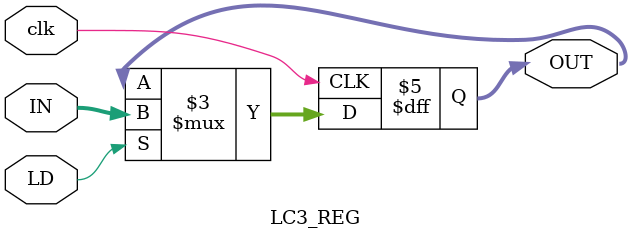
<source format=v>
`timescale 1ns / 1ps
module LC3_REG(
    input [15:0] IN,
    input LD,
    input clk,
    output reg [15:0] OUT
    );

    always @(posedge clk) begin // Occurs only on rising clock edge
	     if (LD) // Check for LD signal from FSM, won't check clk b/c of posedge
		      OUT = IN;
    end
endmodule

</source>
